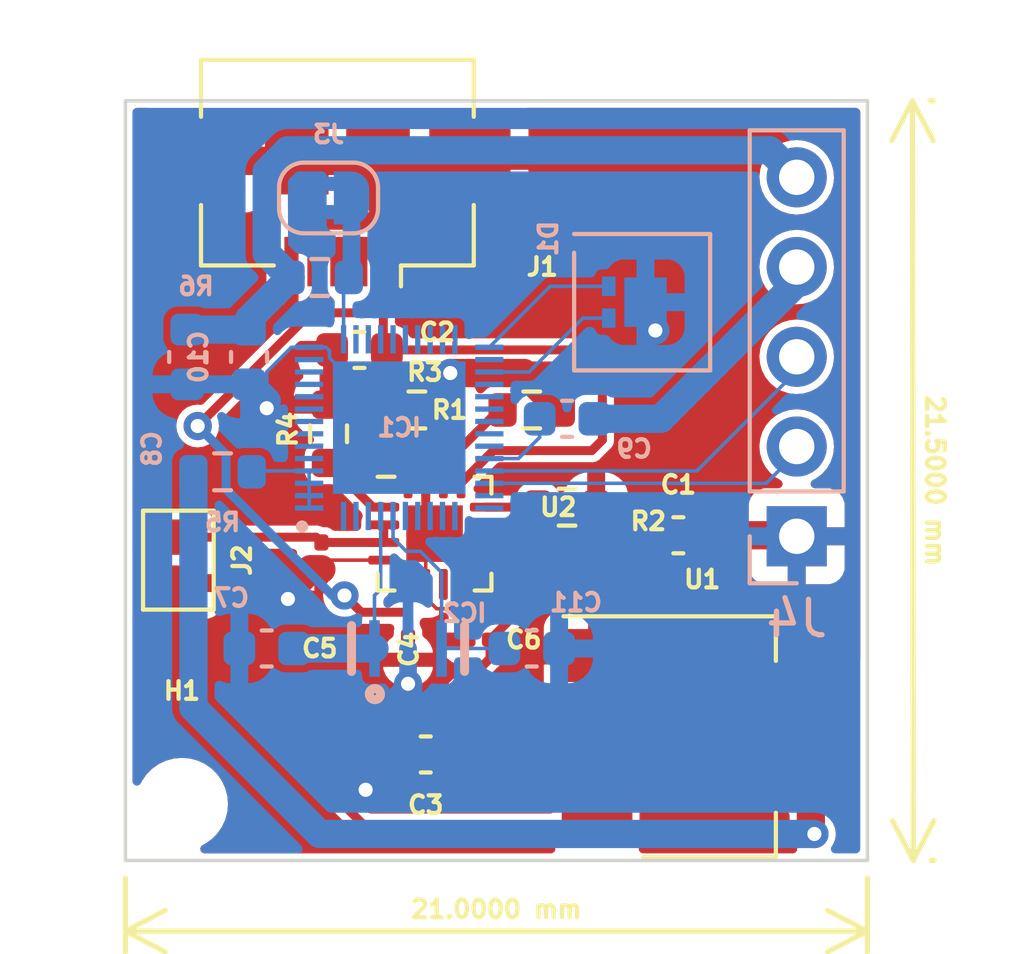
<source format=kicad_pcb>
(kicad_pcb (version 20211014) (generator pcbnew)
  (title_block (title "RING TURN PAGE") (company "BEYOND GRADES") (comment 1 "E022-01-0746/2019") (comment 2 "RACHEAL MBURU "))
  (layers (0 "F.Cu" signal) (31 "B.Cu" signal) (34 "B.Paste" user) (35 "F.Paste" user) (36 "B.SilkS" user "B.Silkscreen") (37 "F.SilkS" user "F.Silkscreen") (38 "B.Mask" user) (39 "F.Mask" user) (44 "Edge.Cuts" user))
  (net 0 "")
  (net 1 "/Vbat_out")
  (net 2 "GND")
  (net 3 "VBUS")
  (net 4 "+3V3")
  (net 5 "/bat+")
  (net 6 "/XTAL_1")
  (net 7 "VCC")
  (net 8 "/XTAL_2")
  (net 9 "Net-(C9-Pad1)")
  (net 10 "/RESET")
  (net 14 "/RXD")
  (net 15 "/TXD")
  (net 16 "/NO_Push")
  (net 17 "Net-(R1-Pad1)")
  (net 18 "Net-(R2-Pad1)")
  (net 19 "Net-(R3-Pad1)")
  (net 21 "Net-(IC1-Pad1)")
  (net 40 "/bat_full")
  (net 41 "/bat_low")
  (net 60 "Net-(R4-Pad1)")
  (footprint "Capacitor_SMD:C_0603_1608Metric" (layer "F.Cu") (at 113.5 95 180)
    (fp_text reference "C3" (at 0 -1.43) (layer "F.SilkS") (effects (font (size 0.5 0.5) (thickness 0.12))))
    (fp_text value "10uF")
    (fp_line (start -0.14058 0.51) (end 0.14058 0.51) (layer "F.SilkS") (width 0.12))
    (fp_line (start -0.14058 -0.51) (end 0.14058 -0.51) (layer "F.SilkS") (width 0.12))
    (pad "1" smd roundrect (at -0.775 0 180) (size 0.9 0.95) (layers "F.Cu" "F.Paste" "F.Mask") (net 4 "+3V3"))
    (pad "2" smd roundrect (at 0.775 0 180) (size 0.9 0.95) (layers "F.Cu" "F.Paste" "F.Mask") (net 2 "GND"))
  )
  (footprint "Resistor_SMD:R_0603_1608Metric" (layer "F.Cu") (at 117.5 88)
    (fp_text reference "R2" (at 2.3 0.4) (layer "F.SilkS") (effects (font (size 0.5 0.5) (thickness 0.12))))
    (fp_text value "1.07k")
    (fp_line (start -0.237258 0.5225) (end 0.237258 0.5225) (layer "F.SilkS") (width 0.12))
    (fp_line (start -0.237258 -0.5225) (end 0.237258 -0.5225) (layer "F.SilkS") (width 0.12))
    (pad "1" smd roundrect (at -0.825 0) (size 0.8 0.95) (layers "F.Cu" "F.Paste" "F.Mask") (net 18 "Net-(R2-Pad1)"))
    (pad "2" smd roundrect (at 0.825 0) (size 0.8 0.95) (layers "F.Cu" "F.Paste" "F.Mask") (net 2 "GND"))
  )
  (footprint "Capacitor_SMD:C_0603_1608Metric" (layer "F.Cu") (at 120.650126 88.796447)
    (fp_text reference "C1" (at 0 -1.43) (layer "F.SilkS") (effects (font (size 0.5 0.5) (thickness 0.12))))
    (fp_text value "100nF")
    (fp_line (start -0.14058 -0.51) (end 0.14058 -0.51) (layer "F.SilkS") (width 0.12))
    (fp_line (start -0.14058 0.51) (end 0.14058 0.51) (layer "F.SilkS") (width 0.12))
    (pad "1" smd roundrect (at -0.775 0) (size 0.9 0.95) (layers "F.Cu" "F.Paste" "F.Mask") (net 1 "/Vbat_out"))
    (pad "2" smd roundrect (at 0.775 0) (size 0.9 0.95) (layers "F.Cu" "F.Paste" "F.Mask") (net 2 "GND"))
  )
  (footprint "Capacitor_SMD:C_0603_1608Metric" (layer "F.Cu") (at 111.625 83.55 180)
    (fp_text reference "C2" (at -2.2 0.5) (layer "F.SilkS") (effects (font (size 0.5 0.5) (thickness 0.12))))
    (fp_text value "10uF")
    (fp_line (start -0.14058 -0.51) (end 0.14058 -0.51) (layer "F.SilkS") (width 0.12))
    (fp_line (start -0.14058 0.51) (end 0.14058 0.51) (layer "F.SilkS") (width 0.12))
    (pad "1" smd roundrect (at -0.775 0 180) (size 0.9 0.95) (layers "F.Cu" "F.Paste" "F.Mask") (net 3 "VBUS"))
    (pad "2" smd roundrect (at 0.775 0 180) (size 0.9 0.95) (layers "F.Cu" "F.Paste" "F.Mask") (net 2 "GND"))
  )
  (footprint "Jumper:SolderJumper-2_P1.3mm_Bridged2Bar_Pad1.0x1.5mm" (layer "F.Cu") (at 106.5 89.5 -90)
    (fp_text reference "J2" (at 0 -1.8 90) (layer "F.SilkS") (effects (font (size 0.5 0.5) (thickness 0.12))))
    (fp_text value "Conn_01x02_Male")
    (fp_poly (pts (xy -0.25 0.2) (xy 0.25 0.2) (xy 0.25 0.6) (xy -0.25 0.6)) (layer "F.Cu") (width 0) (fill solid))
    (fp_poly (pts (xy -0.25 -0.6) (xy 0.25 -0.6) (xy 0.25 -0.2) (xy -0.25 -0.2)) (layer "F.Cu") (width 0) (fill solid))
    (fp_line (start -1.4 1) (end -1.4 -1) (layer "F.SilkS") (width 0.12))
    (fp_line (start 1.4 1) (end -1.4 1) (layer "F.SilkS") (width 0.12))
    (fp_line (start 1.4 -1) (end 1.4 1) (layer "F.SilkS") (width 0.12))
    (fp_line (start -1.4 -1) (end 1.4 -1) (layer "F.SilkS") (width 0.12))
    (pad "1" smd rect (at -0.65 0 270) (size 1 1.5) (layers "F.Cu" "F.Mask") (net 5 "/bat+"))
    (pad "2" smd rect (at 0.65 0 270) (size 1 1.5) (layers "F.Cu" "F.Mask") (net 2 "GND"))
  )
  (footprint "Package_TO_SOT_SMD:SOT-223-3_TabPin2" (layer "F.Cu") (at 121.5 94.5)
    (fp_text reference "U1" (at -0.174874 -4.453553) (layer "F.SilkS") (effects (font (size 0.5 0.5) (thickness 0.12))))
    (fp_text value "LD1117S12TR_SOT223")
    (fp_line (start 1.91 3.41) (end 1.91 2.15) (layer "F.SilkS") (width 0.12))
    (fp_line (start -1.85 3.41) (end 1.91 3.41) (layer "F.SilkS") (width 0.12))
    (fp_line (start 1.91 -3.41) (end 1.91 -2.15) (layer "F.SilkS") (width 0.12))
    (fp_line (start -4.1 -3.41) (end 1.91 -3.41) (layer "F.SilkS") (width 0.12))
    (pad "1" smd rect (at -3.15 -2.3) (size 2 1.5) (layers "F.Cu" "F.Paste" "F.Mask") (net 2 "GND"))
    (pad "2" smd rect (at -3.15 0) (size 2 1.5) (layers "F.Cu" "F.Paste" "F.Mask") (net 4 "+3V3"))
    (pad "2" smd rect (at 3.15 0) (size 2 3.8) (layers "F.Cu" "F.Paste" "F.Mask") (net 4 "+3V3"))
    (pad "3" smd rect (at -3.15 2.3) (size 2 1.5) (layers "F.Cu" "F.Paste" "F.Mask") (net 1 "/Vbat_out"))
  )
  (footprint "Package_DFN_QFN:VQFN-16-1EP_3x3mm_P0.5mm_EP1.6x1.6mm" (layer "F.Cu") (at 113.75 88.75)
    (fp_text reference "U2" (at 3.5 -0.75) (layer "F.SilkS") (effects (font (size 0.5 0.5) (thickness 0.12))))
    (fp_text value "BQ24075RGT")
    (fp_line (start 1.135 -1.61) (end 1.61 -1.61) (layer "F.SilkS") (width 0.12))
    (fp_line (start -1.61 1.61) (end -1.61 1.135) (layer "F.SilkS") (width 0.12))
    (fp_line (start -1.135 -1.61) (end -1.61 -1.61) (layer "F.SilkS") (width 0.12))
    (fp_line (start 1.61 -1.61) (end 1.61 -1.135) (layer "F.SilkS") (width 0.12))
    (fp_line (start -1.135 1.61) (end -1.61 1.61) (layer "F.SilkS") (width 0.12))
    (fp_line (start 1.61 1.61) (end 1.61 1.135) (layer "F.SilkS") (width 0.12))
    (fp_line (start 1.135 1.61) (end 1.61 1.61) (layer "F.SilkS") (width 0.12))
    (pad "1" smd roundrect locked (at -1.4375 -0.75) (size 0.875 0.25) (layers "F.Cu" "F.Paste" "F.Mask") (net 60 "Net-(R4-Pad1)"))
    (pad "2" smd roundrect (at -1.4375 -0.25) (size 0.875 0.25) (layers "F.Cu" "F.Paste" "F.Mask") (net 5 "/bat+"))
    (pad "3" smd roundrect (at -1.4375 0.25) (size 0.875 0.25) (layers "F.Cu" "F.Paste" "F.Mask") (net 5 "/bat+"))
    (pad "4" smd roundrect (at -1.4375 0.75) (size 0.875 0.25) (layers "F.Cu" "F.Paste" "F.Mask") (net 2 "GND"))
    (pad "5" smd roundrect (at -0.75 1.4375) (size 0.25 0.875) (layers "F.Cu" "F.Paste" "F.Mask") (net 3 "VBUS"))
    (pad "6" smd roundrect (at -0.25 1.4375) (size 0.25 0.875) (layers "F.Cu" "F.Paste" "F.Mask") (net 2 "GND"))
    (pad "7" smd roundrect (at 0.25 1.4375) (size 0.25 0.875) (layers "F.Cu" "F.Paste" "F.Mask"))
    (pad "8" smd roundrect (at 0.75 1.4375) (size 0.25 0.875) (layers "F.Cu" "F.Paste" "F.Mask") (net 2 "GND"))
    (pad "9" smd roundrect (at 1.4375 0.75) (size 0.875 0.25) (layers "F.Cu" "F.Paste" "F.Mask"))
    (pad "10" smd roundrect (at 1.4375 0.25) (size 0.875 0.25) (layers "F.Cu" "F.Paste" "F.Mask") (net 1 "/Vbat_out"))
    (pad "11" smd roundrect (at 1.4375 -0.25) (size 0.875 0.25) (layers "F.Cu" "F.Paste" "F.Mask") (net 1 "/Vbat_out"))
    (pad "12" smd roundrect (at 1.4375 -0.75) (size 0.875 0.25) (layers "F.Cu" "F.Paste" "F.Mask") (net 18 "Net-(R2-Pad1)"))
    (pad "13" smd roundrect (at 0.75 -1.4375) (size 0.25 0.875) (layers "F.Cu" "F.Paste" "F.Mask") (net 3 "VBUS"))
    (pad "14" smd roundrect (at 0.25 -1.4375) (size 0.25 0.875) (layers "F.Cu" "F.Paste" "F.Mask") (net 17 "Net-(R1-Pad1)"))
    (pad "15" smd roundrect (at -0.25 -1.4375) (size 0.25 0.875) (layers "F.Cu" "F.Paste" "F.Mask") (net 2 "GND"))
    (pad "16" smd roundrect (at -0.75 -1.4375) (size 0.25 0.875) (layers "F.Cu" "F.Paste" "F.Mask") (net 19 "Net-(R3-Pad1)"))
    (pad "17" smd rect (at 0 0) (size 1.6 1.6) (layers "F.Cu" "F.Mask") (net 2 "GND"))
  )
  (footprint "Capacitor_SMD:C_0201_0603Metric" (layer "F.Cu") (at 110.547452 89.32 -90)
    (fp_text reference "C5" (at 2.68 0.047452 180) (layer "F.SilkS") (effects (font (size 0.5 0.5) (thickness 0.12))))
    (fp_text value "10u")
    (pad "1" smd roundrect (at -0.32 0 270) (size 0.46 0.4) (layers "F.Cu" "F.Mask") (net 5 "/bat+"))
    (pad "2" smd roundrect (at 0.32 0 270) (size 0.46 0.4) (layers "F.Cu" "F.Mask") (net 2 "GND"))
  )
  (footprint "Resistor_SMD:R_0603_1608Metric" (layer "F.Cu") (at 110.75 85.925 90)
    (fp_text reference "R4" (at 0.125 -1.15 90) (layer "F.SilkS") (effects (font (size 0.5 0.5) (thickness 0.12))))
    (fp_text value "50k")
    (fp_line (start -0.237258 0.5225) (end 0.237258 0.5225) (layer "F.SilkS") (width 0.12))
    (fp_line (start -0.237258 -0.5225) (end 0.237258 -0.5225) (layer "F.SilkS") (width 0.12))
    (pad "1" smd roundrect (at -0.825 0 90) (size 0.8 0.95) (layers "F.Cu" "F.Paste" "F.Mask") (net 60 "Net-(R4-Pad1)"))
    (pad "2" smd roundrect (at 0.825 0 90) (size 0.8 0.95) (layers "F.Cu" "F.Paste" "F.Mask") (net 2 "GND"))
  )
  (footprint "Resistor_SMD:R_0603_1608Metric" (layer "F.Cu") (at 116.5 85.25)
    (fp_text reference "R1" (at -2.325 0) (layer "F.SilkS") (effects (font (size 0.5 0.5) (thickness 0.12))))
    (fp_text value "50k")
    (fp_line (start -0.237258 -0.5225) (end 0.237258 -0.5225) (layer "F.SilkS") (width 0.12))
    (fp_line (start -0.237258 0.5225) (end 0.237258 0.5225) (layer "F.SilkS") (width 0.12))
    (pad "1" smd roundrect (at -0.825 0) (size 0.8 0.95) (layers "F.Cu" "F.Paste" "F.Mask") (net 17 "Net-(R1-Pad1)"))
    (pad "2" smd roundrect (at 0.825 0) (size 0.8 0.95) (layers "F.Cu" "F.Paste" "F.Mask") (net 2 "GND"))
  )
  (footprint "MountingHole:MountingHole_2.1mm" (layer "F.Cu") (at 106.6 96.4)
    (fp_text reference "H1" (at 0 -3.2) (layer "F.SilkS") (effects (font (size 0.5 0.5) (thickness 0.12))))
    (fp_text value "MountingHole")
    (pad "" np_thru_hole circle (at 0 0) (size 2.1 2.1) (drill 2.1) (layers *.Cu *.Mask))
  )
  (footprint "Resistor_SMD:R_0603_1608Metric" (layer "F.Cu") (at 113.25 85.25)
    (fp_text reference "R3" (at 0.225 -1.075) (layer "F.SilkS") (effects (font (size 0.5 0.5) (thickness 0.12))))
    (fp_text value "750k")
    (fp_line (start -0.237258 0.5225) (end 0.237258 0.5225) (layer "F.SilkS") (width 0.12))
    (fp_line (start -0.237258 -0.5225) (end 0.237258 -0.5225) (layer "F.SilkS") (width 0.12))
    (pad "1" smd roundrect locked (at -0.825 0) (size 0.8 0.95) (layers "F.Cu" "F.Paste" "F.Mask") (net 19 "Net-(R3-Pad1)"))
    (pad "2" smd roundrect (at 0.825 0) (size 0.8 0.95) (layers "F.Cu" "F.Paste" "F.Mask") (net 2 "GND"))
  )
  (footprint "Connector_USB:USB_Micro-B_Amphenol_10104110_Horizontal" (layer "F.Cu") (at 111 79.5 180)
    (fp_text reference "J1" (at -5.8 -1.7) (layer "F.SilkS") (effects (font (size 0.5 0.5) (thickness 0.12))))
    (fp_text value "USB_B_Micro")
    (fp_line (start -3.86 4.16) (end -3.86 2.55) (layer "F.SilkS") (width 0.12))
    (fp_line (start 3.86 0.05) (end 3.86 -1.66) (layer "F.SilkS") (width 0.12))
    (fp_line (start -3.86 4.16) (end 3.86 4.16) (layer "F.SilkS") (width 0.12))
    (fp_line (start -3.86 -1.66) (end -1.8 -1.66) (layer "F.SilkS") (width 0.12))
    (fp_line (start 3.86 4.16) (end 3.86 2.55) (layer "F.SilkS") (width 0.12))
    (fp_line (start -3.86 0.05) (end -3.86 -1.66) (layer "F.SilkS") (width 0.12))
    (fp_line (start -1.8 -1.66) (end -1.8 -2.25) (layer "F.SilkS") (width 0.12))
    (fp_line (start 3.86 -1.66) (end 1.8 -1.66) (layer "F.SilkS") (width 0.12))
    (pad "1" smd rect (at -1.3 -1.55 180) (size 0.4 1.4) (layers "F.Cu" "F.Paste" "F.Mask") (net 3 "VBUS"))
    (pad "2" smd rect (at -0.65 -1.55 180) (size 0.4 1.4) (layers "F.Cu" "F.Paste" "F.Mask"))
    (pad "3" smd rect (at 0 -1.55 180) (size 0.4 1.4) (layers "F.Cu" "F.Paste" "F.Mask"))
    (pad "4" smd rect (at 0.65 -1.55 180) (size 0.4 1.4) (layers "F.Cu" "F.Paste" "F.Mask"))
    (pad "5" smd rect (at 1.3 -1.55 180) (size 0.4 1.4) (layers "F.Cu" "F.Paste" "F.Mask") (net 2 "GND"))
    (pad "6" smd rect (at 3.75 1.3 180) (size 2.3 1.9) (layers "F.Cu" "F.Paste" "F.Mask") (net 2 "GND"))
    (pad "6" smd rect (at 1.15 1.3 180) (size 1.8 1.9) (layers "F.Cu" "F.Paste" "F.Mask") (net 2 "GND"))
    (pad "6" smd rect (at -1.15 1.3 180) (size 1.8 1.9) (layers "F.Cu" "F.Paste" "F.Mask") (net 2 "GND"))
    (pad "6" smd rect (at -3.75 1.3 180) (size 2.3 1.9) (layers "F.Cu" "F.Paste" "F.Mask") (net 2 "GND"))
  )
  (footprint "Capacitor_SMD:C_0201_0603Metric" (layer "F.Cu") (at 115 91.75 180)
    (fp_text reference "C6" (at -1.275 0) (layer "F.SilkS") (effects (font (size 0.5 0.5) (thickness 0.12))))
    (fp_text value "10u")
    (pad "1" smd roundrect (at -0.32 0 180) (size 0.46 0.4) (layers "F.Cu" "F.Mask") (net 1 "/Vbat_out"))
    (pad "2" smd roundrect (at 0.32 0 180) (size 0.46 0.4) (layers "F.Cu" "F.Mask") (net 2 "GND"))
  )
  (footprint "Capacitor_SMD:C_0201_0603Metric" (layer "F.Cu") (at 113 92 -90)
    (fp_text reference "C4" (at 0.025 -0.025 90) (layer "F.SilkS") (effects (font (size 0.5 0.5) (thickness 0.12))))
    (fp_text value "10u")
    (pad "1" smd roundrect (at -0.32 0 270) (size 0.46 0.4) (layers "F.Cu" "F.Mask") (net 3 "VBUS"))
    (pad "2" smd roundrect (at 0.32 0 270) (size 0.46 0.4) (layers "F.Cu" "F.Mask") (net 2 "GND"))
  )
  (footprint "Capacitor_SMD:C_0603_1608Metric" (layer "B.Cu") (at 117.5 85.5 180)
    (fp_text reference "C9" (at -1.9 -0.85) (layer "B.SilkS") (effects (font (size 0.5 0.5) (thickness 0.12)) (justify mirror)))
    (fp_text value "0.1uF")
    (fp_line (start -0.14058 -0.51) (end 0.14058 -0.51) (layer "B.SilkS") (width 0.12))
    (fp_line (start -0.14058 0.51) (end 0.14058 0.51) (layer "B.SilkS") (width 0.12))
    (pad "1" smd roundrect (at -0.775 0 180) (size 0.9 0.95) (layers "B.Cu" "B.Paste" "B.Mask") (net 9 "Net-(C9-Pad1)"))
    (pad "2" smd roundrect (at 0.775 0 180) (size 0.9 0.95) (layers "B.Cu" "B.Paste" "B.Mask") (net 10 "/RESET"))
  )
  (footprint "Resistor_SMD:R_0603_1608Metric" (layer "B.Cu") (at 107.75 87)
    (fp_text reference "R5" (at 0 1.43) (layer "B.SilkS") (effects (font (size 0.5 0.5) (thickness 0.12)) (justify mirror)))
    (fp_text value "0 ohms")
    (fp_line (start -0.237258 0.5225) (end 0.237258 0.5225) (layer "B.SilkS") (width 0.12))
    (fp_line (start -0.237258 -0.5225) (end 0.237258 -0.5225) (layer "B.SilkS") (width 0.12))
    (pad "1" smd roundrect (at -0.825 0) (size 0.8 0.95) (layers "B.Cu" "B.Paste" "B.Mask") (net 4 "+3V3"))
    (pad "2" smd roundrect (at 0.825 0) (size 0.8 0.95) (layers "B.Cu" "B.Paste" "B.Mask") (net 21 "Net-(IC1-Pad1)"))
  )
  (footprint "LED_SMD:LED-L1T2_LUMILEDS" (layer "B.Cu") (at 119.2 82.2 90)
    (fp_text reference "D1" (at 1.8 -2.23 90) (layer "B.SilkS") (effects (font (size 0.5 0.5) (thickness 0.12)) (justify mirror)))
    (fp_text value "LED_Dual_AAK")
    (fp_line (start 1.4 -1.5) (end -1.93 -1.5) (layer "B.SilkS") (width 0.12))
    (fp_line (start -1.93 2.35) (end 1.93 2.35) (layer "B.SilkS") (width 0.12))
    (fp_line (start -1.93 -1.5) (end -1.93 2.35) (layer "B.SilkS") (width 0.12))
    (fp_line (start 1.93 2.35) (end 1.93 -1.5) (layer "B.SilkS") (width 0.12))
    (pad "1" smd rect (at 0.45 -0.52 90) (size 0.55 0.38) (layers "B.Cu" "B.Paste" "B.Mask") (net 41 "/bat_low"))
    (pad "2" smd rect (at -0.45 -0.52 90) (size 0.55 0.38) (layers "B.Cu" "B.Paste" "B.Mask") (net 40 "/bat_full"))
    (pad "3" smd rect (at 0 0.52 90) (size 1.4 1.2) (layers "B.Cu" "B.Paste" "B.Mask") (net 2 "GND"))
  )
  (footprint "Crystal:CSTCE-V_1" (layer "B.Cu") (at 113 92)
    (fp_text reference "IC2" (at 1.6 -1) (layer "B.SilkS") (effects (font (size 0.5 0.5) (thickness 0.12)) (justify mirror)))
    (fp_text value "CSTCE16M0V53A-R0" hide)
    (fp_line (start -1.6 -0.65) (end -1.6 0.65) (layer "B.SilkS") (width 0.254))
    (fp_line (start 1.6 0.65) (end 1.6 -0.65) (layer "B.SilkS") (width 0.254))
    (fp_circle (center -0.938 1.291) (end -0.938 1.259) (layer "B.SilkS") (width 0.254) (fill none))
    (pad "1" smd rect locked (at -0.95 0) (size 0.3 1.6) (layers "B.Cu" "B.Paste" "B.Mask") (net 6 "/XTAL_1"))
    (pad "2" smd rect locked (at 0 0) (size 0.3 1.6) (layers "B.Cu" "B.Paste" "B.Mask") (net 2 "GND"))
    (pad "3" smd rect locked (at 0.95 0) (size 0.3 1.6) (layers "B.Cu" "B.Paste" "B.Mask") (net 8 "/XTAL_2"))
  )
  (footprint "Capacitor_SMD:C_0603_1608Metric" (layer "B.Cu") (at 109 92 180)
    (fp_text reference "C7" (at 1 1.43) (layer "B.SilkS") (effects (font (size 0.5 0.5) (thickness 0.12)) (justify mirror)))
    (fp_text value "22pF")
    (fp_line (start -0.14058 -0.51) (end 0.14058 -0.51) (layer "B.SilkS") (width 0.12))
    (fp_line (start -0.14058 0.51) (end 0.14058 0.51) (layer "B.SilkS") (width 0.12))
    (pad "1" smd roundrect (at -0.775 0 180) (size 0.9 0.95) (layers "B.Cu" "B.Paste" "B.Mask") (net 6 "/XTAL_1"))
    (pad "2" smd roundrect (at 0.775 0 180) (size 0.9 0.95) (layers "B.Cu" "B.Paste" "B.Mask") (net 2 "GND"))
  )
  (footprint "Jumper:SolderJumper-2_P1.3mm_Bridged2Bar_RoundedPad1.0x1.5mm" (layer "B.Cu") (at 110.75 79.25 180)
    (fp_text reference "J3" (at 0 1.8) (layer "B.SilkS") (effects (font (size 0.5 0.5) (thickness 0.12)) (justify mirror)))
    (fp_text value "Conn_01x02_Male")
    (fp_poly (pts (xy -0.25 0.6) (xy 0.25 0.6) (xy 0.25 0.2) (xy -0.25 0.2)) (layer "B.Cu") (width 0) (fill solid))
    (fp_poly (pts (xy -0.25 -0.2) (xy 0.25 -0.2) (xy 0.25 -0.6) (xy -0.25 -0.6)) (layer "B.Cu") (width 0) (fill solid))
    (fp_line (start -1.4 -0.3) (end -1.4 0.3) (layer "B.SilkS") (width 0.12))
    (fp_line (start 1.4 0.3) (end 1.4 -0.3) (layer "B.SilkS") (width 0.12))
    (fp_line (start 0.7 -1) (end -0.7 -1) (layer "B.SilkS") (width 0.12))
    (fp_line (start -0.7 1) (end 0.7 1) (layer "B.SilkS") (width 0.12))
    (fp_arc (start 0.7 -1) (mid 1.194975 -0.794975) (end 1.4 -0.3) (layer "B.SilkS") (width 0.12))
    (fp_arc (start -1.4 -0.3) (mid -1.194975 -0.794975) (end -0.7 -1) (layer "B.SilkS") (width 0.12))
    (fp_arc (start -0.7 1) (mid -1.194975 0.794975) (end -1.4 0.3) (layer "B.SilkS") (width 0.12))
    (fp_arc (start 1.4 0.3) (mid 1.194975 0.794975) (end 0.7 1) (layer "B.SilkS") (width 0.12))
    (pad "1" smd custom (at -0.65 0 180) (size 1 0.5) (layers "B.Cu" "B.Mask") (net 16 "/NO_Push") (options (clearance outline) (anchor rect)) (primitives (gr_circle (center 0 -0.25) (end 0.5 -0.25) (width 0) (fill yes)) (gr_circle (center 0 0.25) (end 0.5 0.25) (width 0) (fill yes)) (gr_poly (pts (xy 0.5 0.75) (xy 0 0.75) (xy 0 -0.75) (xy 0.5 -0.75)) (width 0) (fill yes))))
    (pad "2" smd custom (at 0.65 0 180) (size 1 0.5) (layers "B.Cu" "B.Mask") (net 2 "GND") (options (clearance outline) (anchor rect)) (primitives (gr_circle (center 0 -0.25) (end 0.5 -0.25) (width 0) (fill yes)) (gr_circle (center 0 0.25) (end 0.5 0.25) (width 0) (fill yes)) (gr_poly (pts (xy 0 0.75) (xy -0.5 0.75) (xy -0.5 -0.75) (xy 0 -0.75)) (width 0) (fill yes))))
  )
  (footprint "Capacitor_SMD:C_0603_1608Metric" (layer "B.Cu") (at 108.5 83.75 -90)
    (fp_text reference "C10" (at 0 1.43 90) (layer "B.SilkS") (effects (font (size 0.5 0.5) (thickness 0.12)) (justify mirror)))
    (fp_text value "0.1uF")
    (fp_line (start -0.14058 -0.51) (end 0.14058 -0.51) (layer "B.SilkS") (width 0.12))
    (fp_line (start -0.14058 0.51) (end 0.14058 0.51) (layer "B.SilkS") (width 0.12))
    (pad "1" smd roundrect (at -0.775 0 270) (size 0.9 0.95) (layers "B.Cu" "B.Paste" "B.Mask") (net 7 "VCC"))
    (pad "2" smd roundrect (at 0.775 0 270) (size 0.9 0.95) (layers "B.Cu" "B.Paste" "B.Mask") (net 2 "GND"))
  )
  (footprint "Connector_PinHeader_2.54mm:PinHeader_1x05_P2.54mm_Vertical" (layer "B.Cu") (at 124 88.825)
    (fp_text reference "J4" (at 0 2.33) (layer "B.SilkS") (effects (justify mirror)))
    (fp_text value "Conn_01x05_Female")
    (fp_line (start -1.33 -11.49) (end 1.33 -11.49) (layer "B.SilkS") (width 0.12))
    (fp_line (start -1.33 -1.27) (end 1.33 -1.27) (layer "B.SilkS") (width 0.12))
    (fp_line (start -1.33 1.33) (end 0 1.33) (layer "B.SilkS") (width 0.12))
    (fp_line (start 1.33 -1.27) (end 1.33 -11.49) (layer "B.SilkS") (width 0.12))
    (fp_line (start -1.33 -1.27) (end -1.33 -11.49) (layer "B.SilkS") (width 0.12))
    (fp_line (start -1.33 0) (end -1.33 1.33) (layer "B.SilkS") (width 0.12))
    (pad "1" thru_hole rect (at 0 0) (size 1.7 1.7) (drill 1) (layers *.Cu *.Mask) (net 2 "GND"))
    (pad "2" thru_hole oval (at 0 -2.54) (size 1.7 1.7) (drill 1) (layers *.Cu *.Mask) (net 14 "/RXD"))
    (pad "3" thru_hole oval (at 0 -5.08) (size 1.7 1.7) (drill 1) (layers *.Cu *.Mask) (net 15 "/TXD"))
    (pad "4" thru_hole oval (at 0 -7.62) (size 1.7 1.7) (drill 1) (layers *.Cu *.Mask) (net 9 "Net-(C9-Pad1)"))
    (pad "5" thru_hole oval (at 0 -10.16) (size 1.7 1.7) (drill 1) (layers *.Cu *.Mask) (net 7 "VCC"))
  )
  (footprint "Capacitor_SMD:C_0603_1608Metric" (layer "B.Cu") (at 106.75 83.75 -90)
    (fp_text reference "C8" (at 2.6 1 90) (layer "B.SilkS") (effects (font (size 0.5 0.5) (thickness 0.12)) (justify mirror)))
    (fp_text value "0.1uF")
    (fp_line (start -0.14058 -0.51) (end 0.14058 -0.51) (layer "B.SilkS") (width 0.12))
    (fp_line (start -0.14058 0.51) (end 0.14058 0.51) (layer "B.SilkS") (width 0.12))
    (pad "1" smd roundrect (at -0.775 0 270) (size 0.9 0.95) (layers "B.Cu" "B.Paste" "B.Mask") (net 7 "VCC"))
    (pad "2" smd roundrect (at 0.775 0 270) (size 0.9 0.95) (layers "B.Cu" "B.Paste" "B.Mask") (net 2 "GND"))
  )
  (footprint "Capacitor_SMD:C_0603_1608Metric" (layer "B.Cu") (at 116.5 92)
    (fp_text reference "C11" (at 1.25 -1.3) (layer "B.SilkS") (effects (font (size 0.5 0.5) (thickness 0.12)) (justify mirror)))
    (fp_text value "22pF")
    (fp_line (start -0.14058 0.51) (end 0.14058 0.51) (layer "B.SilkS") (width 0.12))
    (fp_line (start -0.14058 -0.51) (end 0.14058 -0.51) (layer "B.SilkS") (width 0.12))
    (pad "1" smd roundrect (at -0.775 0) (size 0.9 0.95) (layers "B.Cu" "B.Paste" "B.Mask") (net 8 "/XTAL_2"))
    (pad "2" smd roundrect (at 0.775 0) (size 0.9 0.95) (layers "B.Cu" "B.Paste" "B.Mask") (net 2 "GND"))
  )
  (footprint "KiCad:QFN35P500X500X90-49N-D" (layer "B.Cu") (at 112.75 85.75)
    (fp_text reference "IC1" (at 0 0) (layer "B.SilkS") (effects (font (size 0.5 0.5) (thickness 0.12)) (justify mirror)))
    (fp_text value "ESP32-D0WD-V3" hide)
    (fp_circle (center -2.7495 2.8) (end -2.7495 2.7125) (layer "B.SilkS") (width 0.175) (fill none))
    (pad "1" smd rect locked (at -2.55 2.275 270) (size 0.15 0.8) (layers "B.Cu" "B.Paste" "B.Mask") (net 21 "Net-(IC1-Pad1)"))
    (pad "2" smd rect locked (at -2.55 1.925 270) (size 0.15 0.8) (layers "B.Cu" "B.Paste" "B.Mask") (net 21 "Net-(IC1-Pad1)"))
    (pad "3" smd rect locked (at -2.55 1.575 270) (size 0.15 0.8) (layers "B.Cu" "B.Paste" "B.Mask") (net 21 "Net-(IC1-Pad1)"))
    (pad "4" smd rect locked (at -2.55 1.225 270) (size 0.15 0.8) (layers "B.Cu" "B.Paste" "B.Mask") (net 21 "Net-(IC1-Pad1)"))
    (pad "5" smd rect locked (at -2.55 0.875 270) (size 0.15 0.8) (layers "B.Cu" "B.Paste" "B.Mask"))
    (pad "6" smd rect locked (at -2.55 0.525 270) (size 0.15 0.8) (layers "B.Cu" "B.Paste" "B.Mask"))
    (pad "7" smd rect locked (at -2.55 0.175 270) (size 0.15 0.8) (layers "B.Cu" "B.Paste" "B.Mask"))
    (pad "8" smd rect locked (at -2.55 -0.175 270) (size 0.15 0.8) (layers "B.Cu" "B.Paste" "B.Mask"))
    (pad "9" smd rect locked (at -2.55 -0.525 270) (size 0.15 0.8) (layers "B.Cu" "B.Paste" "B.Mask"))
    (pad "10" smd rect locked (at -2.55 -0.875 270) (size 0.15 0.8) (layers "B.Cu" "B.Paste" "B.Mask"))
    (pad "11" smd rect locked (at -2.55 -1.225 270) (size 0.15 0.8) (layers "B.Cu" "B.Paste" "B.Mask"))
    (pad "12" smd rect locked (at -2.55 -1.575 270) (size 0.15 0.8) (layers "B.Cu" "B.Paste" "B.Mask"))
    (pad "13" smd rect locked (at -2.55 -1.925 270) (size 0.15 0.8) (layers "B.Cu" "B.Paste" "B.Mask"))
    (pad "14" smd rect locked (at -2.55 -2.275 270) (size 0.15 0.8) (layers "B.Cu" "B.Paste" "B.Mask") (net 2 "GND"))
    (pad "15" smd rect locked (at -1.575 -2.5) (size 0.15 0.8) (layers "B.Cu" "B.Paste" "B.Mask") (net 16 "/NO_Push"))
    (pad "16" smd rect locked (at -1.225 -2.5) (size 0.15 0.8) (layers "B.Cu" "B.Paste" "B.Mask"))
    (pad "17" smd rect locked (at -0.875 -2.5) (size 0.15 0.8) (layers "B.Cu" "B.Paste" "B.Mask"))
    (pad "18" smd rect locked (at -0.525 -2.5) (size 0.15 0.8) (layers "B.Cu" "B.Paste" "B.Mask"))
    (pad "19" smd rect locked (at -0.175 -2.5) (size 0.15 0.8) (layers "B.Cu" "B.Paste" "B.Mask"))
    (pad "20" smd rect locked (at 0.175 -2.5) (size 0.15 0.8) (layers "B.Cu" "B.Paste" "B.Mask"))
    (pad "21" smd rect locked (at 0.525 -2.5) (size 0.15 0.8) (layers "B.Cu" "B.Paste" "B.Mask"))
    (pad "22" smd rect locked (at 0.875 -2.5) (size 0.15 0.8) (layers "B.Cu" "B.Paste" "B.Mask"))
    (pad "23" smd rect locked (at 1.225 -2.5) (size 0.15 0.8) (layers "B.Cu" "B.Paste" "B.Mask"))
    (pad "24" smd rect locked (at 1.575 -2.5) (size 0.15 0.8) (layers "B.Cu" "B.Paste" "B.Mask"))
    (pad "25" smd rect locked (at 2.55 -2.275 270) (size 0.15 0.8) (layers "B.Cu" "B.Paste" "B.Mask") (net 41 "/bat_low"))
    (pad "26" smd rect locked (at 2.55 -1.925 270) (size 0.15 0.8) (layers "B.Cu" "B.Paste" "B.Mask"))
    (pad "27" smd rect locked (at 2.55 -1.575 270) (size 0.15 0.8) (layers "B.Cu" "B.Paste" "B.Mask") (net 40 "/bat_full"))
    (pad "28" smd rect locked (at 2.55 -1.225 270) (size 0.15 0.8) (layers "B.Cu" "B.Paste" "B.Mask"))
    (pad "29" smd rect locked (at 2.55 -0.875 270) (size 0.15 0.8) (layers "B.Cu" "B.Paste" "B.Mask"))
    (pad "30" smd rect locked (at 2.55 -0.525 270) (size 0.15 0.8) (layers "B.Cu" "B.Paste" "B.Mask"))
    (pad "31" smd rect locked (at 2.55 -0.175 270) (size 0.15 0.8) (layers "B.Cu" "B.Paste" "B.Mask"))
    (pad "32" smd rect locked (at 2.55 0.175 270) (size 0.15 0.8) (layers "B.Cu" "B.Paste" "B.Mask"))
    (pad "33" smd rect locked (at 2.55 0.525 270) (size 0.15 0.8) (layers "B.Cu" "B.Paste" "B.Mask"))
    (pad "34" smd rect locked (at 2.55 0.875 270) (size 0.15 0.8) (layers "B.Cu" "B.Paste" "B.Mask") (net 10 "/RESET"))
    (pad "35" smd rect locked (at 2.55 1.225 270) (size 0.15 0.8) (layers "B.Cu" "B.Paste" "B.Mask") (net 15 "/TXD"))
    (pad "36" smd rect locked (at 2.55 1.575 270) (size 0.15 0.8) (layers "B.Cu" "B.Paste" "B.Mask") (net 14 "/RXD"))
    (pad "37" smd rect locked (at 2.55 1.925 270) (size 0.15 0.8) (layers "B.Cu" "B.Paste" "B.Mask"))
    (pad "38" smd rect locked (at 2.55 2.275 270) (size 0.15 0.8) (layers "B.Cu" "B.Paste" "B.Mask"))
    (pad "39" smd rect locked (at 1.575 2.5) (size 0.15 0.8) (layers "B.Cu" "B.Paste" "B.Mask"))
    (pad "40" smd rect locked (at 1.225 2.5) (size 0.15 0.8) (layers "B.Cu" "B.Paste" "B.Mask"))
    (pad "41" smd rect locked (at 0.875 2.5) (size 0.15 0.8) (layers "B.Cu" "B.Paste" "B.Mask"))
    (pad "42" smd rect locked (at 0.525 2.5) (size 0.15 0.8) (layers "B.Cu" "B.Paste" "B.Mask"))
    (pad "43" smd rect locked (at 0.175 2.5) (size 0.15 0.8) (layers "B.Cu" "B.Paste" "B.Mask"))
    (pad "44" smd rect locked (at -0.175 2.5) (size 0.15 0.8) (layers "B.Cu" "B.Paste" "B.Mask") (net 8 "/XTAL_2"))
    (pad "45" smd rect locked (at -0.525 2.5) (size 0.15 0.8) (layers "B.Cu" "B.Paste" "B.Mask") (net 6 "/XTAL_1"))
    (pad "46" smd rect locked (at -0.875 2.5) (size 0.15 0.8) (layers "B.Cu" "B.Paste" "B.Mask"))
    (pad "47" smd rect locked (at -1.225 2.5) (size 0.15 0.8) (layers "B.Cu" "B.Paste" "B.Mask"))
    (pad "48" smd rect locked (at -1.575 2.5) (size 0.15 0.8) (layers "B.Cu" "B.Paste" "B.Mask"))
    (pad "49" smd rect locked (at 0 0) (size 3.75 3.75) (layers "B.Cu" "B.Paste" "B.Mask") (net 2 "GND"))
  )
  (footprint "Resistor_SMD:R_0603_1608Metric" (layer "B.Cu") (at 110.5 81.5)
    (fp_text reference "R6" (at -3.5 0.25) (layer "B.SilkS") (effects (font (size 0.5 0.5) (thickness 0.12)) (justify mirror)))
    (fp_text value "1k")
    (fp_line (start -0.237258 -0.5225) (end 0.237258 -0.5225) (layer "B.SilkS") (width 0.12))
    (fp_line (start -0.237258 0.5225) (end 0.237258 0.5225) (layer "B.SilkS") (width 0.12))
    (pad "1" smd roundrect (at -0.825 0) (size 0.8 0.95) (layers "B.Cu" "B.Paste" "B.Mask") (net 7 "VCC"))
    (pad "2" smd roundrect (at 0.825 0) (size 0.8 0.95) (layers "B.Cu" "B.Paste" "B.Mask") (net 16 "/NO_Push"))
  )
  (gr_line (start 105 98) (end 105 76.5) (layer "Edge.Cuts") (width 0.1))
  (gr_line (start 126 98) (end 105 98) (layer "Edge.Cuts") (width 0.1))
  (gr_line (start 126 76.5) (end 126 98) (layer "Edge.Cuts") (width 0.1))
  (gr_line (start 105 76.5) (end 126 76.5) (layer "Edge.Cuts") (width 0.1))
  (dimension (type aligned) (layer "F.SilkS") (pts (xy 105 98) (xy 126 98)) (height 2) (gr_text "21.0000 mm" (at 115.5 99.38) (layer "F.SilkS") (effects (font (size 0.5 0.5) (thickness 0.12)))) (format (units 3) (units_format 1) (precision 4)) (style (thickness 0.15) (arrow_length 1.27) (text_position_mode 0) (extension_height 0.58642) (extension_offset 0.5) keep_text_aligned))
  (dimension (type aligned) (layer "F.SilkS") (pts (xy 127.275 76.5) (xy 127.3 98)) (height 0) (gr_text "21.5000 mm" (at 127.9125 87.249273 270.066623) (layer "F.SilkS") (effects (font (size 0.5 0.5) (thickness 0.5)))) (format (units 3) (units_format 1) (precision 4)) (style (thickness 0.15) (arrow_length 1.27) (text_position_mode 0) (extension_height 0.58642) (extension_offset 0.5) keep_text_aligned))
  (segment (start 111.75 97) (end 118.15 97) (width 0.254) (layer "F.Cu") (net 1))
  (segment (start 113.8 93.8) (end 115.32 92.28) (width 0.254) (layer "F.Cu") (net 1))
  (segment (start 111 94.75) (end 111 96.25) (width 0.254) (layer "F.Cu") (net 1))
  (segment (start 111 96.25) (end 111.75 97) (width 0.254) (layer "F.Cu") (net 1))
  (segment (start 115.32 92.28) (end 115.32 91.75) (width 0.254) (layer "F.Cu") (net 1))
  (segment (start 111 94.75) (end 111.95 93.8) (width 0.254) (layer "F.Cu") (net 1))
  (segment (start 118.15 97) (end 118.35 96.8) (width 0.254) (layer "F.Cu") (net 1))
  (segment (start 115.1875 89) (end 116.5 89) (width 0.254) (layer "F.Cu") (net 1))
  (segment (start 116.5 90.57) (end 115.32 91.75) (width 0.254) (layer "F.Cu") (net 1))
  (segment (start 116.5 89) (end 119.671573 89) (width 0.254) (layer "F.Cu") (net 1))
  (segment (start 111.95 93.8) (end 113.8 93.8) (width 0.254) (layer "F.Cu") (net 1))
  (segment (start 119.671573 89) (end 119.875126 88.796447) (width 0.254) (layer "F.Cu") (net 1))
  (segment (start 115.1875 88.5) (end 115.1875 89) (width 0.254) (layer "F.Cu") (net 1))
  (segment (start 116.5 89) (end 116.5 90.57) (width 0.254) (layer "F.Cu") (net 1))
  (segment (start 113.808258 90.87452) (end 113.92548 90.87452) (width 0.1) (layer "F.Cu") (net 2))
  (segment (start 113.92548 90.87452) (end 114.191742 90.87452) (width 0.1) (layer "F.Cu") (net 2))
  (segment (start 113.5 87.3125) (end 113.5 88.5) (width 0.254) (layer "F.Cu") (net 2))
  (segment (start 116.27952 84.20452) (end 114.19548 84.20452) (width 0.8) (layer "F.Cu") (net 2))
  (segment (start 113.5 90.566262) (end 113.808258 90.87452) (width 0.1) (layer "F.Cu") (net 2))
  (segment (start 114.075 84.725) (end 114.075 84.325) (width 0.8) (layer "F.Cu") (net 2))
  (segment (start 110.687452 89.5) (end 110.547452 89.64) (width 0.1) (layer "F.Cu") (net 2))
  (segment (start 112.3125 89.5) (end 110.687452 89.5) (width 0.1) (layer "F.Cu") (net 2))
  (segment (start 114.075 85.25) (end 114.075 84.725) (width 0.8) (layer "F.Cu") (net 2))
  (segment (start 114.75 78.2) (end 112.15 78.2) (width 0.8) (layer "F.Cu") (net 2))
  (segment (start 113 92.32) (end 113 93) (width 0.1) (layer "F.Cu") (net 2))
  (segment (start 113.92548 90.87452) (end 113.92548 92.07452) (width 0.1) (layer "F.Cu") (net 2))
  (segment (start 121.425126 88.796447) (end 123.971447 88.796447) (width 0.8) (layer "F.Cu") (net 2))
  (segment (start 123.971447 88.796447) (end 124 88.825) (width 0.8) (layer "F.Cu") (net 2))
  (segment (start 117.325 85.25) (end 116.27952 84.20452) (width 0.8) (layer "F.Cu") (net 2))
  (segment (start 111.8 96) (end 111.8 95.925) (width 0.8) (layer "F.Cu") (net 2))
  (segment (start 113.5 88.5) (end 113.75 88.75) (width 0.254) (layer "F.Cu") (net 2))
  (segment (start 113.5 89) (end 113.75 88.75) (width 0.1) (layer "F.Cu") (net 2))
  (segment (start 109.7 78.35) (end 109.85 78.2) (width 0.254) (layer "F.Cu") (net 2))
  (segment (start 113.5 90.1875) (end 113.5 89) (width 0.1) (layer "F.Cu") (net 2))
  (segment (start 111.8 95.925) (end 112.725 95) (width 0.8) (layer "F.Cu") (net 2))
  (segment (start 114.5 91.57) (end 114.68 91.75) (width 0.1) (layer "F.Cu") (net 2))
  (segment (start 113.68 92.32) (end 113 92.32) (width 0.1) (layer "F.Cu") (net 2))
  (segment (start 113.92548 92.07452) (end 113.68 92.32) (width 0.1) (layer "F.Cu") (net 2))
  (segment (start 114.075 84.325) (end 114.19548 84.20452) (width 0.8) (layer "F.Cu") (net 2))
  (segment (start 109.6 90.4) (end 110.24248 89.75752) (width 0.8) (layer "F.Cu") (net 2))
  (segment (start 114.5 90.566262) (end 114.5 90.1875) (width 0.1) (layer "F.Cu") (net 2))
  (segment (start 113.5 90.1875) (end 113.5 90.566262) (width 0.1) (layer "F.Cu") (net 2))
  (segment (start 112.15 78.2) (end 109.85 78.2) (width 0.8) (layer "F.Cu") (net 2))
  (segment (start 107.25 78.2) (end 109.85 78.2) (width 0.8) (layer "F.Cu") (net 2))
  (segment (start 109.6 90.6) (end 109.6 90.4) (width 0.8) (layer "F.Cu") (net 2))
  (segment (start 114.5 90.1875) (end 114.5 91.57) (width 0.1) (layer "F.Cu") (net 2))
  (segment (start 110.24248 89.75752) (end 110.547452 89.75752) (width 0.8) (layer "F.Cu") (net 2))
  (segment (start 114.191742 90.87452) (end 114.5 90.566262) (width 0.1) (layer "F.Cu") (net 2))
  (via (at 109.6 90.6) (size 0.8) (drill 0.4) (layers "F.Cu" "B.Cu") (net 2))
  (via (at 113 93) (size 0.5) (drill 0.4) (layers "F.Cu" "B.Cu") (net 2))
  (via (at 109 85.2) (size 0.8) (drill 0.4) (layers "F.Cu" "B.Cu") (net 2))
  (via (at 111.8 96) (size 0.8) (drill 0.4) (layers "F.Cu" "B.Cu") (net 2))
  (via (at 114.19548 84.20452) (size 0.8) (drill 0.4) (layers "F.Cu" "B.Cu") (net 2))
  (via (at 120 83) (size 0.8) (drill 0.4) (layers "F.Cu" "B.Cu") (net 2))
  (segment (start 111.8 94.4) (end 113 93.2) (width 0.8) (layer "B.Cu") (net 2))
  (segment (start 110.675 83.475) (end 110.2 83.475) (width 0.1) (layer "B.Cu") (net 2))
  (segment (start 108.525 84.525) (end 109 85) (width 0.8) (layer "B.Cu") (net 2))
  (segment (start 108.5 84.525) (end 108.525 84.525) (width 0.8) (layer "B.Cu") (net 2))
  (segment (start 109 84.175) (end 109 85) (width 0.1) (layer "B.Cu") (net 2))
  (segment (start 110.777511 83.577511) (end 110.675 83.475) (width 0.1) (layer "B.Cu") (net 2))
  (segment (start 109.7 83.475) (end 109 84.175) (width 0.1) (layer "B.Cu") (net 2))
  (segment (start 113 92) (end 113 93) (width 0.5) (layer "B.Cu") (net 2))
  (segment (start 112.75 85.75) (end 110.777511 83.777511) (width 0.1) (layer "B.Cu") (net 2))
  (segment (start 110.2 83.475) (end 109.7 83.475) (width 0.1) (layer "B.Cu") (net 2))
  (segment (start 111.8 96) (end 111.8 94.4) (width 0.8) (layer "B.Cu") (net 2))
  (segment (start 110.777511 83.777511) (end 110.777511 83.577511) (width 0.1) (layer "B.Cu") (net 2))
  (segment (start 113 93.2) (end 113 93) (width 0.8) (layer "B.Cu") (net 2))
  (segment (start 113 90.975) (end 113 91.68) (width 0.254) (layer "F.Cu") (net 3))
  (segment (start 118.5 86.1) (end 118.5 84.3) (width 0.254) (layer "F.Cu") (net 3))
  (segment (start 114.5 87.3125) (end 115.4125 86.4) (width 0.254) (layer "F.Cu") (net 3))
  (segment (start 111.675 90.975) (end 111.2 90.5) (width 0.254) (layer "F.Cu") (net 3))
  (segment (start 113 90.975) (end 111.675 90.975) (width 0.254) (layer "F.Cu") (net 3))
  (segment (start 110.25 82.5) (end 112.3 82.5) (width 0.254) (layer "F.Cu") (net 3))
  (segment (start 113 90.1875) (end 113 90.975) (width 0.254) (layer "F.Cu") (net 3))
  (segment (start 112.3 81.05) (end 112.3 82.5) (width 0.254) (layer "F.Cu") (net 3))
  (segment (start 118.2 86.4) (end 118.5 86.1) (width 0.254) (layer "F.Cu") (net 3))
  (segment (start 118.5 84.3) (end 117.75 83.55) (width 0.254) (layer "F.Cu") (net 3))
  (segment (start 112.3 82.5) (end 112.3 83.225) (width 0.254) (layer "F.Cu") (net 3))
  (segment (start 112.3 83.225) (end 112.275 83.25) (width 0.254) (layer "F.Cu") (net 3))
  (segment (start 117.75 83.55) (end 112.4 83.55) (width 0.254) (layer "F.Cu") (net 3))
  (segment (start 115.4125 86.4) (end 118.2 86.4) (width 0.254) (layer "F.Cu") (net 3))
  (segment (start 107.045785 85.704215) (end 110.25 82.5) (width 0.254) (layer "F.Cu") (net 3))
  (via (at 111.2 90.5) (size 0.8) (drill 0.4) (layers "F.Cu" "B.Cu") (net 3))
  (via (at 107.045785 85.704215) (size 0.8) (drill 0.4) (layers "F.Cu" "B.Cu") (net 3))
  (segment (start 111.2 90.5) (end 110.855389 90.5) (width 0.254) (layer "B.Cu") (net 3))
  (segment (start 110.855389 90.5) (end 107.84848 87.493091) (width 0.254) (layer "B.Cu") (net 3))
  (segment (start 107.84848 86.506909) (end 107.045785 85.704215) (width 0.254) (layer "B.Cu") (net 3))
  (segment (start 107.84848 87.493091) (end 107.84848 86.506909) (width 0.254) (layer "B.Cu") (net 3))
  (segment (start 124.4 93.25) (end 124.4 97.15) (width 0.8) (layer "F.Cu") (net 4))
  (segment (start 124.4 97.15) (end 124.5 97.25) (width 0.8) (layer "F.Cu") (net 4))
  (segment (start 114.775 94.5) (end 118.35 94.5) (width 0.8) (layer "F.Cu") (net 4))
  (segment (start 114.275 95) (end 114.775 94.5) (width 0.8) (layer "F.Cu") (net 4))
  (segment (start 118.35 94.5) (end 124.65 94.5) (width 0.8) (layer "F.Cu") (net 4))
  (via (at 124.5 97.25) (size 0.8) (drill 0.4) (layers "F.Cu" "B.Cu") (net 4))
  (segment (start 106.925 87) (end 106.925 93.675) (width 0.8) (layer "B.Cu") (net 4))
  (segment (start 106.925 93.675) (end 110.5 97.25) (width 0.8) (layer "B.Cu") (net 4))
  (segment (start 110.5 97.25) (end 124.5 97.25) (width 0.8) (layer "B.Cu") (net 4))
  (segment (start 110.397452 88.85) (end 106.5 88.85) (width 0.254) (layer "F.Cu") (net 5))
  (segment (start 110.547452 89) (end 112.3125 89) (width 0.254) (layer "F.Cu") (net 5))
  (segment (start 112.3125 89) (end 112.3125 88.5) (width 0.254) (layer "F.Cu") (net 5))
  (segment (start 110.547452 89) (end 110.397452 88.85) (width 0.254) (layer "F.Cu") (net 5))
  (segment (start 112.225 90.325) (end 112.05 90.5) (width 0.1) (layer "B.Cu") (net 6))
  (segment (start 112.225 88.25) (end 112.225 90.325) (width 0.1) (layer "B.Cu") (net 6))
  (segment (start 112.05 90.5) (end 112.05 92) (width 0.1) (layer "B.Cu") (net 6))
  (segment (start 109.775 92) (end 112.05 92) (width 0.8) (layer "B.Cu") (net 6))
  (segment (start 123.235489 77.900489) (end 124 78.665) (width 0.8) (layer "B.Cu") (net 7))
  (segment (start 109.000489 78.499511) (end 109.599511 77.900489) (width 0.8) (layer "B.Cu") (net 7))
  (segment (start 109.599511 77.900489) (end 123.235489 77.900489) (width 0.8) (layer "B.Cu") (net 7))
  (segment (start 108.5 82.975) (end 108.5 82.675) (width 0.8) (layer "B.Cu") (net 7))
  (segment (start 109.675 81.5) (end 109.000489 80.825489) (width 0.8) (layer "B.Cu") (net 7))
  (segment (start 106.75 82.975) (end 108.5 82.975) (width 0.8) (layer "B.Cu") (net 7))
  (segment (start 108.5 82.675) (end 109.675 81.5) (width 0.8) (layer "B.Cu") (net 7))
  (segment (start 109.000489 80.825489) (end 109.000489 78.499511) (width 0.8) (layer "B.Cu") (net 7))
  (segment (start 112.575 88.25) (end 112.575 88.874022) (width 0.1) (layer "B.Cu") (net 8))
  (segment (start 112.950978 89.25) (end 113.35 89.25) (width 0.1) (layer "B.Cu") (net 8))
  (segment (start 113.95 92) (end 115.725 92) (width 0.1) (layer "B.Cu") (net 8))
  (segment (start 113.35 89.25) (end 113.95 89.85) (width 0.1) (layer "B.Cu") (net 8))
  (segment (start 113.95 89.85) (end 113.95 92) (width 0.1) (layer "B.Cu") (net 8))
  (segment (start 112.575 88.874022) (end 112.950978 89.25) (width 0.1) (layer "B.Cu") (net 8))
  (segment (start 120.150001 85.5) (end 124 81.650001) (width 0.8) (layer "B.Cu") (net 9))
  (segment (start 118.275 85.5) (end 120.150001 85.5) (width 0.8) (layer "B.Cu") (net 9))
  (segment (start 124 81.650001) (end 124 81.205) (width 0.8) (layer "B.Cu") (net 9))
  (segment (start 115.3 86.625) (end 116.125 86.625) (width 0.1) (layer "B.Cu") (net 10))
  (segment (start 116.125 86.625) (end 116.725 86.025) (width 0.1) (layer "B.Cu") (net 10))
  (segment (start 116.725 86.025) (end 116.725 85.5) (width 0.1) (layer "B.Cu") (net 10))
  (segment (start 123.135 87.325) (end 124 86.46) (width 0.1) (layer "B.Cu") (net 14))
  (segment (start 115.3 87.325) (end 123.135 87.325) (width 0.1) (layer "B.Cu") (net 14))
  (segment (start 115.3 86.975) (end 121.175001 86.975) (width 0.1) (layer "B.Cu") (net 15))
  (segment (start 121.175001 86.975) (end 124 84.150001) (width 0.1) (layer "B.Cu") (net 15))
  (segment (start 124 84.150001) (end 124 83.745) (width 0.1) (layer "B.Cu") (net 15))
  (segment (start 111.175 83.25) (end 111.175 81.65) (width 0.1) (layer "B.Cu") (net 16))
  (segment (start 111.4 79.25) (end 111.4 81.425) (width 0.5) (layer "B.Cu") (net 16))
  (segment (start 111.175 81.65) (end 111.325 81.5) (width 0.1) (layer "B.Cu") (net 16))
  (segment (start 111.4 81.425) (end 111.325 81.5) (width 0.5) (layer "B.Cu") (net 16))
  (segment (start 114 87.3125) (end 114 86.824843) (width 0.254) (layer "F.Cu") (net 17))
  (segment (start 115.574843 85.25) (end 115.675 85.25) (width 0.254) (layer "F.Cu") (net 17))
  (segment (start 114 86.824843) (end 115.574843 85.25) (width 0.254) (layer "F.Cu") (net 17))
  (segment (start 116.675 88) (end 115.1875 88) (width 0.254) (layer "F.Cu") (net 18))
  (segment (start 112.425 86.7375) (end 112.425 85.25) (width 0.254) (layer "F.Cu") (net 19))
  (segment (start 113 87.3125) (end 112.425 86.7375) (width 0.254) (layer "F.Cu") (net 19))
  (segment (start 108.6 86.975) (end 108.575 87) (width 0.1) (layer "B.Cu") (net 21))
  (segment (start 110.2 86.975) (end 108.6 86.975) (width 0.1) (layer "B.Cu") (net 21))
  (segment (start 110.2 88.025) (end 110.2 86.975) (width 0.1) (layer "B.Cu") (net 21))
  (segment (start 115.3 84.175) (end 116.425 84.175) (width 0.1) (layer "B.Cu") (net 40))
  (segment (start 116.425 84.175) (end 117.95 82.65) (width 0.1) (layer "B.Cu") (net 40))
  (segment (start 117.95 82.65) (end 118.68 82.65) (width 0.1) (layer "B.Cu") (net 40))
  (segment (start 117.025 81.75) (end 118.68 81.75) (width 0.1) (layer "B.Cu") (net 41))
  (segment (start 115.3 83.475) (end 117.025 81.75) (width 0.1) (layer "B.Cu") (net 41))
  (segment (start 112 88) (end 110.75 86.75) (width 0.254) (layer "F.Cu") (net 60))
  (segment (start 112.3125 88) (end 112 88) (width 0.254) (layer "F.Cu") (net 60))
  (zone (net 2) (net_name "GND") (layers F&B.Cu) (connect_pads (clearance 0.2)) (min_thickness 0.254) (fill yes (thermal_gap 0.508) (thermal_bridge_width 0.508))
    (polygon (pts (xy 126 98) (xy 105 98) (xy 105 76.45) (xy 126 76.45)))
  )
)
</source>
